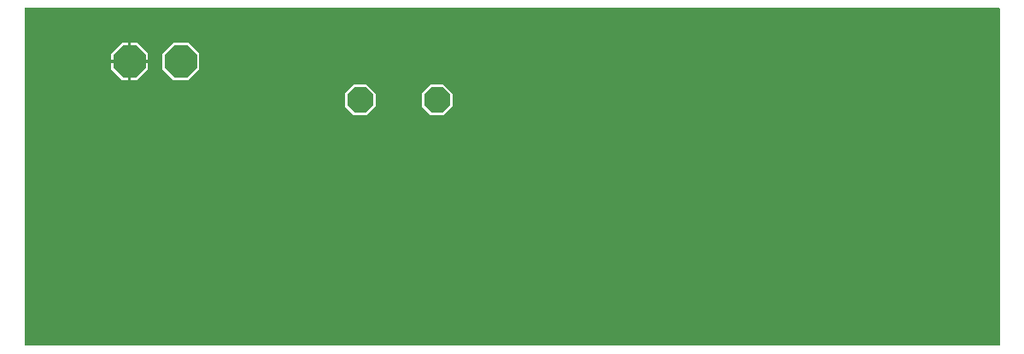
<source format=gbl>
G04 EAGLE Gerber RS-274X export*
G75*
%MOMM*%
%FSLAX34Y34*%
%LPD*%
%INBottom Copper*%
%IPPOS*%
%AMOC8*
5,1,8,0,0,1.08239X$1,22.5*%
G01*
%ADD10P,3.409096X8X292.500000*%
%ADD11P,2.749271X8X202.500000*%
%ADD12C,0.914400*%

G36*
X976398Y10164D02*
X976398Y10164D01*
X976417Y10162D01*
X976519Y10184D01*
X976621Y10200D01*
X976638Y10210D01*
X976658Y10214D01*
X976747Y10267D01*
X976838Y10316D01*
X976852Y10330D01*
X976869Y10340D01*
X976936Y10419D01*
X977008Y10494D01*
X977016Y10512D01*
X977029Y10527D01*
X977068Y10623D01*
X977111Y10717D01*
X977113Y10737D01*
X977121Y10755D01*
X977139Y10922D01*
X977139Y344578D01*
X977136Y344598D01*
X977138Y344617D01*
X977116Y344719D01*
X977100Y344821D01*
X977090Y344838D01*
X977086Y344858D01*
X977033Y344947D01*
X976984Y345038D01*
X976970Y345052D01*
X976960Y345069D01*
X976881Y345136D01*
X976806Y345208D01*
X976788Y345216D01*
X976773Y345229D01*
X976677Y345268D01*
X976583Y345311D01*
X976563Y345313D01*
X976545Y345321D01*
X976378Y345339D01*
X10922Y345339D01*
X10902Y345336D01*
X10883Y345338D01*
X10781Y345316D01*
X10679Y345300D01*
X10662Y345290D01*
X10642Y345286D01*
X10553Y345233D01*
X10462Y345184D01*
X10448Y345170D01*
X10431Y345160D01*
X10364Y345081D01*
X10292Y345006D01*
X10284Y344988D01*
X10271Y344973D01*
X10232Y344877D01*
X10189Y344783D01*
X10187Y344763D01*
X10179Y344745D01*
X10161Y344578D01*
X10161Y10922D01*
X10164Y10902D01*
X10162Y10883D01*
X10184Y10781D01*
X10200Y10679D01*
X10210Y10662D01*
X10214Y10642D01*
X10267Y10553D01*
X10316Y10462D01*
X10330Y10448D01*
X10340Y10431D01*
X10419Y10364D01*
X10494Y10292D01*
X10512Y10284D01*
X10527Y10271D01*
X10623Y10232D01*
X10717Y10189D01*
X10737Y10187D01*
X10755Y10179D01*
X10922Y10161D01*
X976378Y10161D01*
X976398Y10164D01*
G37*
%LPC*%
G36*
X157525Y273811D02*
X157525Y273811D01*
X146811Y284525D01*
X146811Y299675D01*
X157525Y310389D01*
X172675Y310389D01*
X183389Y299675D01*
X183389Y284525D01*
X172675Y273811D01*
X157525Y273811D01*
G37*
%LPD*%
%LPC*%
G36*
X336587Y238759D02*
X336587Y238759D01*
X327659Y247687D01*
X327659Y260313D01*
X336587Y269241D01*
X349213Y269241D01*
X358141Y260313D01*
X358141Y247687D01*
X349213Y238759D01*
X336587Y238759D01*
G37*
%LPD*%
%LPC*%
G36*
X412787Y238759D02*
X412787Y238759D01*
X403859Y247687D01*
X403859Y260313D01*
X412787Y269241D01*
X425413Y269241D01*
X434341Y260313D01*
X434341Y247687D01*
X425413Y238759D01*
X412787Y238759D01*
G37*
%LPD*%
%LPC*%
G36*
X115823Y293623D02*
X115823Y293623D01*
X115823Y310389D01*
X121875Y310389D01*
X132589Y299675D01*
X132589Y293623D01*
X115823Y293623D01*
G37*
%LPD*%
%LPC*%
G36*
X96011Y293623D02*
X96011Y293623D01*
X96011Y299675D01*
X106725Y310389D01*
X112777Y310389D01*
X112777Y293623D01*
X96011Y293623D01*
G37*
%LPD*%
%LPC*%
G36*
X115823Y273811D02*
X115823Y273811D01*
X115823Y290577D01*
X132589Y290577D01*
X132589Y284525D01*
X121875Y273811D01*
X115823Y273811D01*
G37*
%LPD*%
%LPC*%
G36*
X106725Y273811D02*
X106725Y273811D01*
X96011Y284525D01*
X96011Y290577D01*
X112777Y290577D01*
X112777Y273811D01*
X106725Y273811D01*
G37*
%LPD*%
%LPC*%
G36*
X114299Y292099D02*
X114299Y292099D01*
X114299Y292101D01*
X114301Y292101D01*
X114301Y292099D01*
X114299Y292099D01*
G37*
%LPD*%
D10*
X114300Y292100D03*
X165100Y292100D03*
D11*
X419100Y254000D03*
X342900Y254000D03*
D12*
X558800Y264160D03*
X815340Y182880D03*
M02*

</source>
